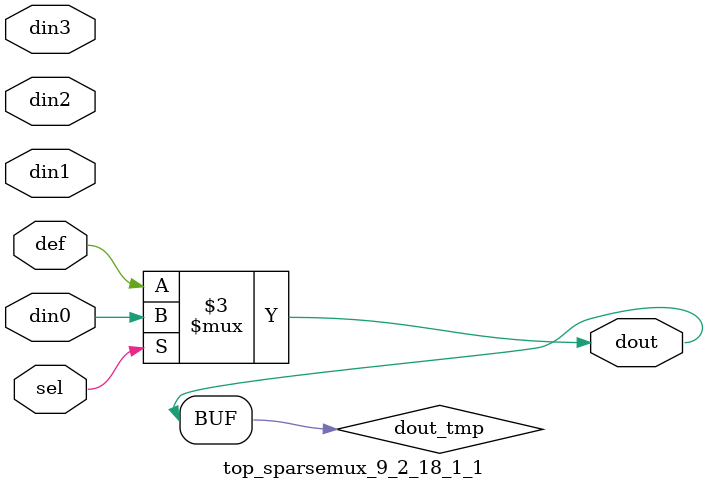
<source format=v>
`timescale 1ns / 1ps

module top_sparsemux_9_2_18_1_1 (din0,din1,din2,din3,def,sel,dout);

parameter din0_WIDTH = 1;

parameter din1_WIDTH = 1;

parameter din2_WIDTH = 1;

parameter din3_WIDTH = 1;

parameter def_WIDTH = 1;
parameter sel_WIDTH = 1;
parameter dout_WIDTH = 1;

parameter [sel_WIDTH-1:0] CASE0 = 1;

parameter [sel_WIDTH-1:0] CASE1 = 1;

parameter [sel_WIDTH-1:0] CASE2 = 1;

parameter [sel_WIDTH-1:0] CASE3 = 1;

parameter ID = 1;
parameter NUM_STAGE = 1;



input [din0_WIDTH-1:0] din0;

input [din1_WIDTH-1:0] din1;

input [din2_WIDTH-1:0] din2;

input [din3_WIDTH-1:0] din3;

input [def_WIDTH-1:0] def;
input [sel_WIDTH-1:0] sel;

output [dout_WIDTH-1:0] dout;



reg [dout_WIDTH-1:0] dout_tmp;


always @ (*) begin
(* parallel_case *) case (sel)
    
    CASE0 : dout_tmp = din0;
    
    CASE1 : dout_tmp = din1;
    
    CASE2 : dout_tmp = din2;
    
    CASE3 : dout_tmp = din3;
    
    default : dout_tmp = def;
endcase
end


assign dout = dout_tmp;



endmodule

</source>
